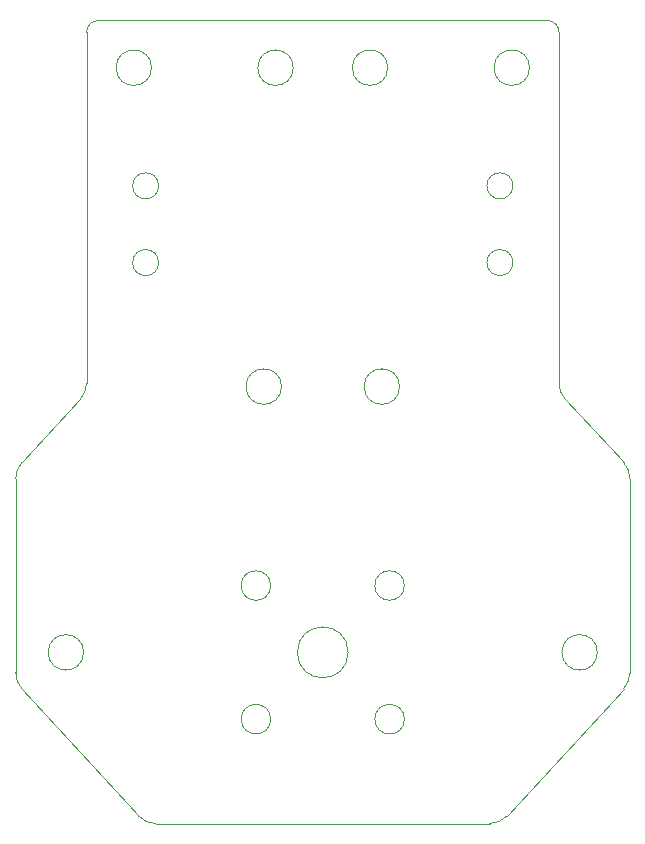
<source format=gm1>
G04 #@! TF.GenerationSoftware,KiCad,Pcbnew,5.1.9+dfsg1-1+deb11u1*
G04 #@! TF.CreationDate,2023-07-29T10:49:16+09:00*
G04 #@! TF.ProjectId,toolhead-top-plate,746f6f6c-6865-4616-942d-746f702d706c,rev?*
G04 #@! TF.SameCoordinates,Original*
G04 #@! TF.FileFunction,Profile,NP*
%FSLAX46Y46*%
G04 Gerber Fmt 4.6, Leading zero omitted, Abs format (unit mm)*
G04 Created by KiCad (PCBNEW 5.1.9+dfsg1-1+deb11u1) date 2023-07-29 10:49:16*
%MOMM*%
%LPD*%
G01*
G04 APERTURE LIST*
G04 #@! TA.AperFunction,Profile*
%ADD10C,0.050000*%
G04 #@! TD*
G04 APERTURE END LIST*
D10*
X197620200Y-91000000D02*
G75*
G03*
X197620200Y-91000000I-1500000J0D01*
G01*
X181120200Y-90718000D02*
X181120200Y-61000000D01*
X181120200Y-61000000D02*
G75*
G02*
X182120200Y-60000000I1000000J0D01*
G01*
X215240400Y-128000000D02*
X187000000Y-128000000D01*
X220120200Y-60000000D02*
G75*
G02*
X221120200Y-61000000I0J-1000000D01*
G01*
X221650584Y-92074550D02*
G75*
G02*
X221120200Y-90718000I1469616J1356550D01*
G01*
X203270200Y-113500000D02*
G75*
G03*
X203270200Y-113500000I-2150000J0D01*
G01*
X221650600Y-92074600D02*
X226589800Y-97425400D01*
X175120200Y-98781999D02*
G75*
G02*
X175650584Y-97425449I2000000J-1D01*
G01*
X181120200Y-90717999D02*
G75*
G02*
X180589807Y-92074560I-2000000J-1D01*
G01*
X175120200Y-115222000D02*
X175120200Y-98782000D01*
X208027050Y-107843100D02*
G75*
G03*
X208027050Y-107843100I-1250000J0D01*
G01*
X185525700Y-127351400D02*
X175645900Y-116573500D01*
X175645881Y-116573438D02*
G75*
G02*
X175120200Y-115222000I1474319J1351438D01*
G01*
X224370200Y-113500000D02*
G75*
G03*
X224370200Y-113500000I-1500000J0D01*
G01*
X227120200Y-98782000D02*
X227120200Y-115222000D01*
X217220200Y-74000000D02*
G75*
G03*
X217220200Y-74000000I-1100000J0D01*
G01*
X206620200Y-64000000D02*
G75*
G03*
X206620200Y-64000000I-1500000J0D01*
G01*
X221120200Y-61000000D02*
X221120200Y-90718000D01*
X217220200Y-80500000D02*
G75*
G03*
X217220200Y-80500000I-1100000J0D01*
G01*
X207620200Y-91000000D02*
G75*
G03*
X207620200Y-91000000I-1500000J0D01*
G01*
X216714709Y-127351448D02*
G75*
G02*
X215240400Y-128000000I-1474309J1351448D01*
G01*
X182120200Y-60000000D02*
X220120200Y-60000000D01*
X187220200Y-80500000D02*
G75*
G03*
X187220200Y-80500000I-1100000J0D01*
G01*
X226594500Y-116573500D02*
X216714700Y-127351400D01*
X175650600Y-97425400D02*
X180589800Y-92074600D01*
X180870200Y-113500000D02*
G75*
G03*
X180870200Y-113500000I-1500000J0D01*
G01*
X218620200Y-64000000D02*
G75*
G03*
X218620200Y-64000000I-1500000J0D01*
G01*
X227120200Y-115222000D02*
G75*
G02*
X226594509Y-116573448I-2000000J0D01*
G01*
X198620200Y-64000000D02*
G75*
G03*
X198620200Y-64000000I-1500000J0D01*
G01*
X186620200Y-64000000D02*
G75*
G03*
X186620200Y-64000000I-1500000J0D01*
G01*
X187220200Y-74000000D02*
G75*
G03*
X187220200Y-74000000I-1100000J0D01*
G01*
X196713350Y-107843100D02*
G75*
G03*
X196713350Y-107843100I-1250000J0D01*
G01*
X196713350Y-119156900D02*
G75*
G03*
X196713350Y-119156900I-1250000J0D01*
G01*
X226589807Y-97425440D02*
G75*
G02*
X227120200Y-98782000I-1469607J-1356560D01*
G01*
X208027050Y-119156900D02*
G75*
G03*
X208027050Y-119156900I-1250000J0D01*
G01*
X187000000Y-127999999D02*
G75*
G02*
X185525682Y-127351437I0J1999999D01*
G01*
M02*

</source>
